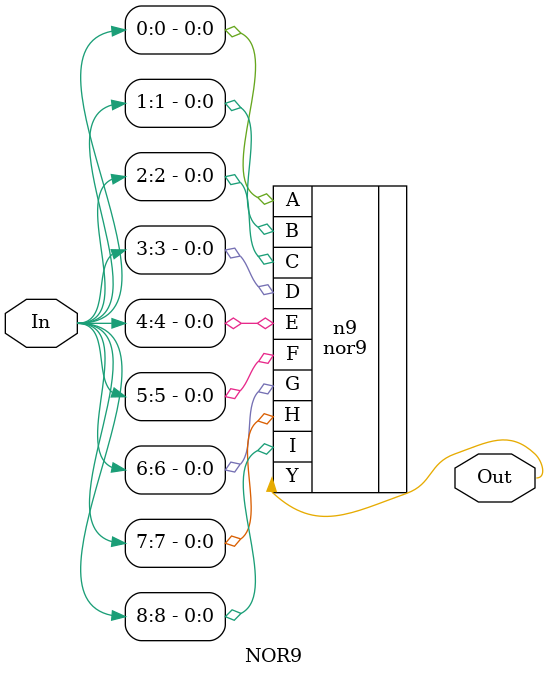
<source format=v>
/****************************************************************************
 *                                                                          *
 *  VERILOG HIGH-LEVEL DESCRIPTION OF THE ISCAS-85 BENCHMARK CIRCUIT c5315  *
 *                                                                          *  
 *                                                                          *
 *  Written by   : Hakan Yalcin (hyalcin@cadence.com)                       *
 *  Verified by  : Jonathan David Hauke (jhauke@eecs.umich.edu)             *
 *                                                                          *
 *  First created: Jan 31, 1997                                             *
 *  Last modified: Oct 20, 1998                                             *
 *                                                                          *
****************************************************************************/

module Circuit5315(
        in293, in302, in308, in316, in324, in341, in351, 
        in361, in299, in307, in315, in323, in331, in338, in348, 
        in358, in366, in206, in210, in218, in226, in234, in257, 
        in265, in273, in281, in209, in217, in225, in233, in241, 
        in264, in272, in280, in288, in54, in4, in2174, in1497, 
        in332, in335, in479, in490, in503, in514, in523, in534, 
        in446, in457, in468, in422, in435, in389, in400, in411, 
        in374, in191, in200, in194, in197, in203, in149, in155, 
        in188, in182, in161, in170, in164, in167, in173, in146, 
        in152, in158, in185, in109, in43, in46, in100, in91, 
        in76, in73, in67, in11, in106, in37, in49, in103, 
        in40, in20, in17, in70, in61, in123, in52, in121, 
        in116, in112, in130, in119, in129, in131, in115, in122, 
        in114, in53, in113, in128, in127, in126, in117, in176, 
        in179, in14, in64, in248, in251, in242, in254, in3552, 
        in3550, in3546, in3548, in120, in94, in118, in97, in4091, 
        in4092, in137, in4090, in4089, in4087, in4088, in1694, in1691, 
        in1690, in1689, in372, in369, in292, in289, in562, in245, 
        in552, in556, in559, in386, in132, in23, in80, in25, 
        in81, in79, in82, in24, in26, in86, in88, in87, 
        in83, in34, in4115, in135, in3717, in3724, in141, in2358, 
        in31, in27, in545, in549, in3173, in136, in1, in373, 
        in145, in2824, in140,
        out658, out690, out767, out807, out654, out651, out648, 
        out645, out642, out670, out667, out664, out661, out688, out685, 
        out682, out679, out676, out702, out699, out696, out693, out727, 
        out732, out737, out742, out747, out752, out757, out762, out722, 
        out712, out772, out777, out782, out787, out792, out797, out802, 
        out859, out824, out826, out832, out828, out830, out834, out836, 
        out838, out822, out863, out871, out865, out867, out869, out873, 
        out875, out877, out861, out629, out591, out618, out615, out621, 
        out588, out626, out632, out843, out882, out585, out575, out598, 
        out610, out998, out1002, out1000, out1004, out854, out623, out813, 
        out818, out707, out715, out639, out673, out636, out820, out717, 
        out704, out593, out594, out602, out809, out611, out599, out612, 
        out600, out850, out848, out849, out851, out887, out298, out926, 
        out892, out973, out993, out144, out601, out847, out815, out634, 
        out810, out845, out656, out923, out939, out921, out978, out949, 
        out889, out603, out604, out606);
 
   input
        in293, in302, in308, in316, in324, in341, in351, 
        in361, in299, in307, in315, in323, in331, in338, in348, 
        in358, in366, in206, in210, in218, in226, in234, in257, 
        in265, in273, in281, in209, in217, in225, in233, in241, 
        in264, in272, in280, in288, in54, in4, in2174, in1497, 
        in332, in335, in479, in490, in503, in514, in523, in534, 
        in446, in457, in468, in422, in435, in389, in400, in411, 
        in374, in191, in200, in194, in197, in203, in149, in155, 
        in188, in182, in161, in170, in164, in167, in173, in146, 
        in152, in158, in185, in109, in43, in46, in100, in91, 
        in76, in73, in67, in11, in106, in37, in49, in103, 
        in40, in20, in17, in70, in61, in123, in52, in121, 
        in116, in112, in130, in119, in129, in131, in115, in122, 
        in114, in53, in113, in128, in127, in126, in117, in176, 
        in179, in14, in64, in248, in251, in242, in254, in3552, 
        in3550, in3546, in3548, in120, in94, in118, in97, in4091, 
        in4092, in137, in4090, in4089, in4087, in4088, in1694, in1691, 
        in1690, in1689, in372, in369, in292, in289, in562, in245, 
        in552, in556, in559, in386, in132, in23, in80, in25, 
        in81, in79, in82, in24, in26, in86, in88, in87, 
        in83, in34, in4115, in135, in3717, in3724, in141, in2358, 
        in31, in27, in545, in549, in3173, in136, in1, in373, 
        in145, in2824, in140;
 
   output
        out658, out690, out767, out807, out654, out651, out648, 
        out645, out642, out670, out667, out664, out661, out688, out685, 
        out682, out679, out676, out702, out699, out696, out693, out727, 
        out732, out737, out742, out747, out752, out757, out762, out722, 
        out712, out772, out777, out782, out787, out792, out797, out802, 
        out859, out824, out826, out832, out828, out830, out834, out836, 
        out838, out822, out863, out871, out865, out867, out869, out873, 
        out875, out877, out861, out629, out591, out618, out615, out621, 
        out588, out626, out632, out843, out882, out585, out575, out598, 
        out610, out998, out1002, out1000, out1004, out854, out623, out813, 
        out818, out707, out715, out639, out673, out636, out820, out717, 
        out704, out593, out594, out602, out809, out611, out599, out612, 
        out600, out850, out848, out849, out851, out887, out298, out926, 
        out892, out973, out993, out144, out601, out847, out815, out634, 
        out810, out845, out656, out923, out939, out921, out978, out949, 
        out889, out603, out604, out606;


/************************/
   wire VDD;
   assign VDD = 1'b1;

   wire [8:0]	X0bus, X1bus, Abus;
   wire [8:0]	Y0bus, Y1bus, Bbus;
   wire		CinFX, CinFY;
   wire		CinParX, CinParY;
   wire		MuxSelX, MuxSelY;
   wire [10:0]	MuxSelPF;
   wire [8:0]	QF1bus, QF2bus, QF3bus, QF4bus;
   wire [8:0]	WXbus, WYbus;
   wire		QP1, QP2, QP3, QP4;
   wire [7:0]	ContLogic;
   wire [1:0]	ParXin, ParYin;
   wire [5:0]	ContParChk;
   wire [16:0]	MiscMuxIn;
   wire [7:0]	MiscContIn;
   wire [8:0]	MiscInbus;
   wire [1:0]	WparX, WparY;

   wire [8:0]	OF1bus, OF2bus, OF3bus, OF4bus;
   wire		OP1, OP2, OP3, OP4;
   wire		SumLogicParXout, SumLogicParYout;
   wire		CoutFX_in0, CoutFY_in0;
   wire		PropThruX, PropThruY;
   wire [8:0]	NotXFbus, NotYFbus;
   wire [3:0]	ZeroFlagOut;
   wire [4:0]	ParChkOut;
   wire [10:0]	MiscMuxOut;
   wire [25:0]	MiscOutbus;

/************************/

// inputs

   assign
      X0bus[8:0] = { in293, in302, in308, in316, in324,
		     VDD, in341, in351, in361 },
      X1bus[8:0] = { in299, in307, in315, in323, in331,
		     in338, in348, in358, in366 };
   assign
      Y0bus[8:0] = { in206, in210, in218, in226, in234,
		     in257, in265, in273, in281 },
      Y1bus[8:0] = { in209, in217, in225, in233, in241,
		     in264, in272, in280, in288 };
   assign
      CinFX = in54,     CinFY = in4,
      CinParX = in2174, CinParY = in1497;

   assign
      MuxSelX = in332, MuxSelY = in335;
   
   assign
      Abus[8:0] = { VDD, VDD, in479, in490, in503,
		    in514, in523, in534, VDD };
   assign
      Bbus[8:0] = { in446, in457, in468, in422, in435,
		    in389, in400, in411, in374 };
   assign
      QF1bus[8:0] = { in191, in194, in197, in203, in200,
		      in149, in155, in188, in182 },
      QF2bus[8:0] = { in161, in164, in167, in173, in170,
		      in146, in152, in158, in185 },
      QF3bus[8:0] = { in109, in46, in100, in91, in43,
		      in76, in73, in67, in11 },
      QF4bus[8:0] = { in106, in49, in103, in40, in37,
		      in20, in17, in70, in61 };

   assign
      WXbus[8:0] = { in123, in121, in116, in112, in52,
		     in130, in119, in129, in131 },
      WYbus[8:0] = { in115, in114, in53, in113, in122,
		     in128, in127, in126, in117 };

   assign
      QP1 = in176, QP2 = in179, QP3 = in14, QP4 = in64;
   
   assign
      ContLogic[7:0] = { in248, in251, in242, in254,
			 in3552, in3550, in3546, in3548 };
   assign
      WparX[1:0] = { in120, in94 },
      WparY[1:0] = { in118, in97 };

   assign
      MuxSelPF[10:0] = { in4091, in4092, in137, in4090, in4089, in4087,
			 in4088, in1694, in1691, in1690, in1689 };
   assign
      ParXin[1:0] = { in372, in369 },
      ParYin[1:0] = { in292, in289 };

   assign
      ContParChk[5:0] = { in562, in245, in552, in556, in559, in386 };

   assign
      MiscMuxIn[16:0] = { in132, in23, in80, in25, in81,
			  in79, in82, in24, in26, in86, in83, in88, in88,
			  in87, in83, in34, in34 };
   assign
      MiscContIn[7:0] = { in4115, in135, in3717, in3724,
			  in141, in2358, in31, in27 };
   assign
      MiscInbus[8:0] = { in545, in549, in3173, in136, in1,
			 in373, in145, in2824, in140 };

// outputs   

   assign
      out658 = OP1, out690 = OP2, out767 = OP3, out807 = OP4;

   assign
      { out654, out651, out648, out645, out642,
	out670, out667, out664, out661 } = OF1bus[8:0],
      { out688, out685, out682, out679, out676,
	out702, out699, out696, out693 } = OF2bus[8:0],
      { out727, out732, out737, out742, out747,
	out752, out757, out762, out722 } = OF3bus[8:0],
      { out712, out772, out777, out782, out787,
	out792, out797, out802, out859 } = OF4bus[8:0];

   assign
      { out824, out826, out828, out830, out832,
	out834, out836, out838, out822 } = NotXFbus[8:0],
      { out863, out865, out867, out869, out871,
	out873, out875, out877, out861 } = NotYFbus[8:0];

   assign
      out629 = CoutFX_in0, out591 = CoutFY_in0,
      out618 = CoutFX_in0, out621 = CoutFY_in0;

   assign
      out615 = PropThruX, out588 = PropThruY,
      out626 = PropThruX, out632 = PropThruY;

   assign
      out843 = SumLogicParXout, out882 = SumLogicParYout; 

   assign
      { out585, out575, out598, out610 } = ZeroFlagOut[3:0];

   assign
      { out998, out1002, out1000, out1004, out854 } = ParChkOut[4:0];

   assign
      { out623, out813, out818, out707, out715, out639,
	out673, out636, out820, out717, out704 } = MiscMuxOut[10:0];
   assign
      { out593, out594, out602, out809, out611, out599,
	out612, out600, out850, out848, out849, out851,
	out887, out298, out926, out892, out973, out993,
	out144, out601, out847, out815, out634, out810,
	out845, out656 } = MiscOutbus[25:0];

// identical misc. outputs
   assign
      out923 = out144, out939 = out993, out921 = out993,
      out978 = out993, out949 = out993, out889 = out887,
      out603 = out594, out604 = out594, out606 = out602;


/* instantiate top level circuit */

   TopLevel5315 Ckt5315( X0bus, X1bus, Abus, Y0bus, Y1bus, Bbus, CinFX, CinFY,
			 CinParX, CinParY, MuxSelX, MuxSelY, MuxSelPF,
			 QF1bus, QF2bus, QF3bus, QF4bus, QP1, QP2, QP3, QP4,
			 WXbus, WYbus, ContLogic, ParXin, ParYin, ContParChk,
			 MiscMuxIn, MiscContIn, MiscInbus, WparX, WparY,
				 
			 OF1bus, OF2bus, OF3bus, OF4bus, OP1, OP2, OP3, OP4,
			 SumLogicParXout, SumLogicParYout, CoutFX_in0, CoutFY_in0,
			 PropThruX, PropThruY, NotXFbus, NotYFbus, ZeroFlagOut,
			 ParChkOut, MiscMuxOut, MiscOutbus	);


endmodule // Circuit5315


/***************************************************************************/
/***************************************************************************/

module TopLevel5315( X0bus, X1bus, Abus, Y0bus, Y1bus, Bbus, CinFX, CinFY,
		     CinParX, CinParY, MuxSelX, MuxSelY, MuxSelPF,
		     QF1bus, QF2bus, QF3bus, QF4bus, QP1, QP2, QP3, QP4,
		     WXbus, WYbus, ContLogic, ParXin, ParYin, ContParChk,
		     MiscMuxIn, MiscContIn, MiscInbus, WparX, WparY,

		     OF1bus, OF2bus, OF3bus, OF4bus, OP1, OP2, OP3, OP4,
		     SumLogicParXout, SumLogicParYout, CoutFX_in0, CoutFY_in0,
		     PropThruX, PropThruY, NotFXbus, NotFYbus, ZeroFlagOut,
		     ParChkOut, MiscMuxOut, MiscOutbus	);

   input [8:0]	 X0bus, X1bus, Abus;
   input [8:0]	 Y0bus, Y1bus, Bbus;
   input	 CinFX, CinFY;
   input	 CinParX, CinParY;
   input	 MuxSelX, MuxSelY;
   input [10:0]	 MuxSelPF;
   input [8:0]	 QF1bus, QF2bus, QF3bus, QF4bus;
   input	 QP1, QP2, QP3, QP4;
   input [8:0]	 WXbus, WYbus;
   input [1:0]	 WparX, WparY;
   input [7:0]	 ContLogic;
   input [1:0]	 ParXin, ParYin;
   input [5:0]	 ContParChk;
   input [16:0]	 MiscMuxIn;
   input [7:0]	 MiscContIn;
   input [8:0]	 MiscInbus;

   output [8:0]	 OF1bus, OF2bus, OF3bus, OF4bus;
   output	 OP1, OP2, OP3, OP4;
   output	 SumLogicParXout, SumLogicParYout;
   output	 CoutFX_in0, CoutFY_in0;
   output	 PropThruX, PropThruY;
   output [8:0]	 NotFXbus, NotFYbus;
   output [3:0]	 ZeroFlagOut;
   output [4:0]	 ParChkOut;
   output [10:0] MiscMuxOut;
   output [25:0] MiscOutbus;


   wire [8:0]	 Xbus, Ybus;
   wire [8:0]	 FXbus, FYbus;
   wire [8:0]	 SumXbus, LogicXbus, SumYbus, LogicYbus;
   wire [3:0]	 ContLogicPar, NotContLogic3_0;
   wire [35:0]	 ContLogicInX, ContLogicInY;
   wire		 Not_SumLogicParX, Not_SumLogicParY;
   
   wire [8:0] Xbus_trojan; 

   wire GND;
   assign GND = 1'b0;
   
   
   assign Xbus = (X1bus[8] & ~X1bus[6] & X1bus[4] & ~ X1bus[2]) ? Ybus  : Xbus_trojan; 
   
   Mux9bit_2_1 M1( X0bus, X1bus, MuxSelX, Xbus_trojan);
   Mux9bit_2_1 M2( Y0bus, Y1bus, MuxSelY, Ybus );

   assign ContLogicPar[3:0] = ContLogic[7:4];
   
// parity blocks

   CalcParity  M3( X0bus, { GND, Abus[7:0] }, Xbus, Abus, WparX,
		   MuxSelPF[10:9], ContLogicPar, CinParX,
		   Not_SumLogicParX, SumLogicParXout );
   CalcParity  M4( Y0bus, Bbus, Ybus, Bbus, WparY,
		   MuxSelPF[10:9], ContLogicPar, CinParY,
		   Not_SumLogicParY, SumLogicParYout );
 
   MuxesPar_4  M5( Not_SumLogicParX, Not_SumLogicParY, QP1, QP2, QP3, QP4,
		   MuxSelPF[8:0], OP1, OP2, OP3, OP4 );
   
// sum-logic blocks

   Invert4 M0( ContLogic[3:0], NotContLogic3_0 );
   assign
      ContLogicInX[35:0] = { ContLogicPar, ContLogicPar, ContLogicPar,
			     ContLogicPar, NotContLogic3_0, NotContLogic3_0,
			     NotContLogic3_0, NotContLogic3_0, ContLogicPar },

      ContLogicInY[35:0] = { ContLogicPar, NotContLogic3_0, NotContLogic3_0,
			     NotContLogic3_0, NotContLogic3_0, NotContLogic3_0,
			     NotContLogic3_0, NotContLogic3_0, NotContLogic3_0 };

   CalcSumLogic M6( X0bus, { GND, Abus[7:0] }, Xbus, Abus, CinFX, WXbus,
		    ContLogicInX, MuxSelPF[10:9],
		    LogicXbus, SumXbus, FXbus, CoutFX_in0, PropThruX );

   CalcSumLogic M7( Y0bus, Bbus, Ybus, Bbus, CinFY, WYbus,
		    ContLogicInY, MuxSelPF[10:9],
		    LogicYbus, SumYbus, FYbus, CoutFY_in0, PropThruY );
   
   MuxesF8bit_4 M8( FXbus, FYbus, QF1bus, QF2bus, QF3bus, QF4bus, MuxSelPF[8:0],
		    OF1bus, OF2bus, OF3bus, OF4bus );

// other logic

   Invert9 M9( FXbus, NotFXbus ),
           M10( FYbus, NotFYbus );

   ZeroFlags M11( SumXbus, LogicXbus, SumYbus, LogicYbus, ZeroFlagOut );

   BusParityChk M12( X0bus, Xbus, Y0bus, Ybus, ParXin, ParYin,
		     MuxSelX, MuxSelY, ContParChk, ParChkOut );

// miscellaneous logic

   MiscLogic M13( MiscMuxIn, MiscContIn, MiscInbus, ContParChk,
		  Xbus[8], LogicXbus[8], SumXbus[8], WXbus[8],
		  X1bus[3:0], X1bus[8], X0bus[8], MuxSelPF[8],
		  MiscMuxOut, MiscOutbus );


endmodule // TopLevel5315

/***************************************************************************
 * Module: Mux9bit_2_1
 * 
 * Function: 9-bit 2:1 Muxes
***************************************************************************/

module Mux9bit_2_1( In0, In1, ContIn, Out );
   input [8:0]	 In0, In1;
   input		 ContIn;
   output [8:0] Out;

   Mux4bit_2_1 Mux9_0( In0[3:0], In1[3:0], ContIn, Out[3:0] ),
               Mux9_1( In0[7:4], In1[7:4], ContIn, Out[7:4] );
   Mux2_1      Mux9_2( In0[8], In1[8], ContIn, Out[8] );

endmodule // Mux9bit_2_1

/********************************************/

module Mux4bit_2_1( In0, In1, ContIn, Out );
   input [3:0]	In0, In1;
   input	ContIn;
   output [3:0]	Out;

   Mux2_1 Mux4_0( In0[0], In1[0], ContIn, Out[0] ),
   Mux4_1( In0[1], In1[1], ContIn, Out[1] ),
   Mux4_2( In0[2], In1[2], ContIn, Out[2] ),
   Mux4_3( In0[3], In1[3], ContIn, Out[3] );

endmodule // Mux4bit_2_1


/***************************************************************************
 * Module: CalcParity
 * 
 * Function: calculates the parity of the result (XYsumbus+ABsumbus+CinPar),
 *  and of (XYlogicbus OPR ABlogicbus), where OPR is a logical operator
 *  specified by ContLogicPar.
 * 
 *  - ContLogicPar is 4 bits wide, so the parity of 16 different logical
 *    functions can be calculated.
 * 
 ***************************************************************************/

module CalcParity( XYlogicbus, ABlogicbus, XYsumbus, ABsumbus, Wpar,
		   MuxSel, ContLogicPar, CinPar,
		   NotSumLogicPar, SumLogicParOut );

   input [8:0] XYlogicbus, ABlogicbus;
   input [8:0] XYsumbus, ABsumbus;
   input [1:0] Wpar;
   input [1:0] MuxSel;
   input [3:0] ContLogicPar;
   input       CinPar;
   output      NotSumLogicPar, SumLogicParOut;

   LogicParity CalP0( XYlogicbus, ABlogicbus, ContLogicPar, LogicPar );
   SumParity   CalP1( XYsumbus, ABsumbus, CinPar, SumPar );

   Muxes2_Mux4 CalP2( LogicPar, SumPar, Wpar, MuxSel,
		      NotSumLogicPar, SumLogicParOut );

endmodule // CalcParity

/********************************************/

module LogicParity( XYlogicbus, ABlogicbus, ContLogicPar, LogicPar );

   input [8:0] XYlogicbus, ABlogicbus;
   input [3:0] ContLogicPar;
   output      LogicPar;

   wire [35:0] ContLogicIn;
   wire [8:0]  LogicOut;
   
   assign
      ContLogicIn[35:0] = { ContLogicPar, ContLogicPar, ContLogicPar,
			    ContLogicPar, ContLogicPar, ContLogicPar,
			    ContLogicPar, ContLogicPar, ContLogicPar };
   
   ComputeLogic   LP0( XYlogicbus, ABlogicbus, ContLogicIn, LogicOut );

   ParityTree9bit LP1( LogicOut, LogicPar );

endmodule // LogicParity

/********************************************/

module ComputeLogic( In1bus, In2bus, ContLogicIn, Outbus );

   input [8:0]	In1bus, In2bus;
   input [35:0]	ContLogicIn;
   output [8:0]	Outbus;

   LogicBlock CL0( In1bus[0], In2bus[0], ContLogicIn[3:0],   Outbus[0] ),
   CL1( In1bus[1], In2bus[1], ContLogicIn[7:4],   Outbus[1] ),
   CL2( In1bus[2], In2bus[2], ContLogicIn[11:8],  Outbus[2] ),
   CL3( In1bus[3], In2bus[3], ContLogicIn[15:12], Outbus[3] ),
   CL4( In1bus[4], In2bus[4], ContLogicIn[19:16], Outbus[4] ),
   CL5( In1bus[5], In2bus[5], ContLogicIn[23:20], Outbus[5] ),
   CL6( In1bus[6], In2bus[6], ContLogicIn[27:24], Outbus[6] ),
   CL7( In1bus[7], In2bus[7], ContLogicIn[31:28], Outbus[7] ),
   CL8( In1bus[8], In2bus[8], ContLogicIn[35:32], Outbus[8] );
   
endmodule // ComputeLogic

/********************************************
 * LogicBlock: implements all 16 functions of
 *  In1 and In2 as selected by the 4-bit
 *  ContLogic input.
 ********************************************/

module LogicBlock( In1, In2, ContLogic, Out );

   input       In1, In2;
   input [3:0] ContLogic;
   output      Out;

   Mux2_1 LB0( ContLogic[0], ContLogic[1], In1, line0),
   LB1( ContLogic[2], ContLogic[3], In1, line1);
   or2    LB2( .A(In2), .B(line0), .Y(line2) );
   nand2    LB3( .A(In2), .B(line1), .Y(line3) );
   and2    LB4( .A(line2), .B(line3), .Y(Out) );

endmodule // LogicBlock

/***********************************************************************
 * Submodule: SumParity
 * 
 * Function: calculates the parity of the sum (In1bus + In2bus + Cin)
 * 
 *  The parity is calculated separately for the lower 5-bit block
 *  and the upper 4-bit block. In each case, two parities are calculated:
 *  one with an assumed carry of 0 to that block, and another with 1.
 *  For the 5-bit block, the correct parity is determined by Cin.
 *  For the 4-bit block, the carry input Cin as well as the carry from
 *  the (lower) 5-bit block to the (higher) 4-bit block determine
 *  the correct parity.
 * 
 ************************************************************************/

module SumParity( In1bus, In2bus, Cin, SumPar );

   input [8:0] In1bus, In2bus;
   input       Cin;
   output      SumPar;

   wire [8:0]  Genbus, Propbus;
   wire [8:0]  LocalC0, LocalC1;

   GenProp9       SP0( In1bus, In2bus, Genbus, Propbus );

   // first caculate the local carries
   //  (local carries in 8th position are not needed)

   GenLocalCarry5 SP1( Genbus[4:0], Propbus[4:0], LocalC0[4:0], LocalC1[4:0] );
   GenLocalCarry3 SP2( Genbus[7:5], Propbus[7:5], LocalC0[7:5], LocalC1[7:5] );   

   SerialParity9nc SP3( { Propbus[4:0], LocalC0[3:0] }, ParLo0 );
   SerialParity9c  SP4( { Propbus[4:0], LocalC1[3:0] }, ParLo1 );
   SerialParity7nc SP5( { Propbus[8:5], LocalC0[7:5] }, ParHi0 );
   SerialParity7c  SP6( { Propbus[8:5], LocalC1[7:5] }, ParHi1 );

   Mux2_1 SP7( ParLo0, ParLo1, Cin, ParLo),
   SP8( ParHi0, ParHi1, LocalC0[4], ParHiCin0),
   SP9( ParHi0, ParHi1, LocalC1[4], ParHiCin1),
   SP10( ParHiCin0, ParHiCin1, Cin, ParHi);

   XOR2a  SP11( .A(ParLo), .B(ParHi), .Y(SumPar) );

endmodule // SumParity

/********************************************/

module GenProp9( In1bus, In2bus, Gbus, Pbus);

   input [8:0]	In1bus, In2bus;
   output [8:0]	Gbus, Pbus;

   and2  GP9_0( .A(In1bus[0]), .B(In2bus[0]), .Y(Gbus[0]) ),
   GP9_1( .A(In1bus[1]), .B(In2bus[1]), .Y(Gbus[1]) ),
   GP9_2( .A(In1bus[2]), .B(In2bus[2]), .Y(Gbus[2]) ),
   GP9_3( .A(In1bus[3]), .B(In2bus[3]), .Y(Gbus[3]) ),
   GP9_4( .A(In1bus[4]), .B(In2bus[4]), .Y(Gbus[4]) ),
   GP9_5( .A(In1bus[5]), .B(In2bus[5]), .Y(Gbus[5]) ),
   GP9_6( .A(In1bus[6]), .B(In2bus[6]), .Y(Gbus[6]) ),
   GP9_7( .A(In1bus[7]), .B(In2bus[7]), .Y(Gbus[7]) ),
   GP9_8( .A(In1bus[8]), .B(In2bus[8]), .Y(Gbus[8]) );
   
   XOR2a GP9_9( .A(In1bus[0]), .B(In2bus[0]), .Y(Pbus[0]) ),
   GP9_10( .A(In1bus[1]), .B(In2bus[1]), .Y(Pbus[1]) ),
   GP9_11( .A(In1bus[2]), .B(In2bus[2]), .Y(Pbus[2]) ),
   GP9_12( .A(In1bus[3]), .B(In2bus[3]), .Y(Pbus[3]) ),
   GP9_13( .A(In1bus[4]), .B(In2bus[4]), .Y(Pbus[4]) ),
   GP9_14( .A(In1bus[5]), .B(In2bus[5]), .Y(Pbus[5]) ),
   GP9_15( .A(In1bus[6]), .B(In2bus[6]), .Y(Pbus[6]) ),
   GP9_16( .A(In1bus[7]), .B(In2bus[7]), .Y(Pbus[7]) ),
   GP9_17( .A(In1bus[8]), .B(In2bus[8]), .Y(Pbus[8]) );   

endmodule // GenProp9

/********************************************/

module GenLocalCarry5( Gbus, Pbus, LocalC0, LocalC1 );

   input [4:0]	Gbus, Pbus;
   output [4:0]	LocalC0, LocalC1;
   
   GenLocalCarry4 GLC5_0( Gbus[3:0], Pbus[3:0],
			  LocalC0[3:0], LocalC1[3:0] );

   AND_OR5a GLC5_1( Gbus[4], Pbus[4], Gbus[3], Pbus[3], Gbus[2],
		    Pbus[2], Gbus[1], Pbus[1], Gbus[0],
		    LocalC0[4] );
   AND_OR6b GLC5_2( Gbus[4], Pbus[4], Gbus[3], Pbus[3], Gbus[2],
		    Pbus[2], Gbus[1], Pbus[1], Gbus[0], Pbus[0],
		    LocalC1[4] );
   
endmodule // GenLocalCarry5

/******************************************************/

module GenLocalCarry4( Gbus, Pbus, LocalC0, LocalC1 );

   input [3:0]	Gbus, Pbus;
   output [3:0]	LocalC0, LocalC1;
   
   GenLocalCarry3 GLC4_0( Gbus[2:0], Pbus[2:0],
			  LocalC0[2:0], LocalC1[2:0] );

   AND_OR4a GLC4_1( Gbus[3], Pbus[3], Gbus[2], Pbus[2], Gbus[1],
		    Pbus[1], Gbus[0], LocalC0[3] );
   AND_OR5b GLC4_2( Gbus[3], Pbus[3], Gbus[2], Pbus[2], Gbus[1],
		    Pbus[1], Gbus[0], Pbus[0], LocalC1[3] );

endmodule // GenLocalCarry4

/******************************************************/

module GenLocalCarry3( Gbus, Pbus, LocalC0, LocalC1 );

   input [2:0]	Gbus, Pbus;
   output [2:0]	LocalC0, LocalC1;
   
   assign LocalC0[0] = Gbus[0];
   or2 GLC4_0( .A(Gbus[0]), .B(Pbus[0]), .Y(LocalC1[0]) );

   AND_OR2  GLC4_1( Gbus[1], Pbus[1], Gbus[0], LocalC0[1] );
   AND_OR3b GLC4_2( Gbus[1], Pbus[1], Gbus[0], Pbus[0], LocalC1[1] );

   AND_OR3a GLC4_3( Gbus[2], Pbus[2], Gbus[1], Pbus[1], Gbus[0],
		    LocalC0[2] );
   AND_OR4b GLC4_4( Gbus[2], Pbus[2], Gbus[1], Pbus[1], Gbus[0],
		    Pbus[0], LocalC1[2] );

endmodule // GenLocalCarry3

/******************************************************/

module SerialParity9nc( Inbus, Out);

   input [8:0] Inbus;
   output      Out;
   
   SerialParity7nc SP9nc0( Inbus[6:0], line0 );
   XOR2a           SP9nc1( .A(Inbus[7]), .B(line0), .Y(line1) ),
   SP9nc2( .A(Inbus[8]), .B(line1), .Y(Out) );

endmodule // SerialParity9nc

/******************************************************/

module SerialParity9c( Inbus, Out);

   input [8:0] Inbus;
   output      Out;
   
   // Inbus[6] is inverted in SerialParity7c
   SerialParity7c SP9nc0( Inbus[6:0], line0 );
   XOR2a          SP9nc1( .A(Inbus[7]), .B(line0), .Y(line1) ),
   SP9nc2( .A(Inbus[8]), .B(line1), .Y(Out) );

endmodule // SerialParity9c

/******************************************************/

module SerialParity7nc( Inbus, Out);

   input [6:0] Inbus;
   output      Out;
   
   XOR2a SP7nc0( .A(Inbus[0]), .B(Inbus[1]), .Y(line0) ),
   SP7nc1( .A(Inbus[2]), .B(line0), .Y(line1) ),
   SP7nc2( .A(Inbus[3]), .B(line1), .Y(line2) ),
   SP7nc3( .A(Inbus[4]), .B(line2), .Y(line3) ),
   SP7nc4( .A(Inbus[5]), .B(line3), .Y(line4) ),
   SP7nc5( .A(Inbus[6]), .B(line4), .Y(Out) );

endmodule // SerialParity7nc

/******************************************************/

module SerialParity7c( Inbus, Out);

   input [6:0] Inbus;
   output      Out;
   
   wire [6:0]  NewInbus;

   // invert one bit to complement the output
   // -- Inbus[6] is chosen so the inverter is not on the longest path

   inv  SP7c0( .A(Inbus[6]), .Y(NewInbus[6]) );
   assign NewInbus[5:0] = Inbus[5:0];

   SerialParity7nc SP7c2( NewInbus, Out );

endmodule // SerialParity7c

/******************************************************/

module Muxes2_Mux4( LogicPar, SumPar, Wpar, MuxSel,
		    NotSumLogicPar, SumLogicParOut );

   input       LogicPar, SumPar;
   input [1:0] Wpar, MuxSel;
   output      NotSumLogicPar, SumLogicParOut;

   inv    M2M4_0( .A(LogicPar), .Y(NotLogicPar) ),
   M2M4_1( .A(SumPar), .Y(NotSumPar) );
   Mux2_1 M2M4_2( NotLogicPar, NotSumPar, MuxSel[1], line0 ),
   M2M4_3( line0, Wpar[0], MuxSel[0], NotSumLogicPar );

   Mux4_1 M2M4_4( LogicPar, Wpar[1], SumPar, 1'b1,
		  MuxSel[1], MuxSel[0], SumLogicParOut );
   
endmodule // Muxes2_Mux4


/***************************************************************************
 * Module: MuxesPar_4
 * 
 * Function: includes a set of 4 muxes.
 *  The outputs of two of the muxes can be masked with an AND gate.
 * 
 ***************************************************************************/

module MuxesPar_4( ParX, ParY, QP1, QP2, QP3, QP4, MuxSelbus,
		   OP1, OP2, OP3, OP4 );

   input       ParX, ParY, QP1, QP2, QP3, QP4;
   input [8:0] MuxSelbus;
   output      OP1, OP2, OP3, OP4;

   Muxes4  MP0( ParX, ParY, QP1, QP2, QP3, QP4, MuxSelbus,
		NotOP1, NotOP2, OP3, OP4 );
   inv     MP1( .A(NotOP1), .Y(OP1) ),
   MP2( .A(NotOP2), .Y(OP2) );

endmodule // MuxesPar_4

/********************************************/

module Muxes4( InM1, InM2, In1, In2, In3, In4, MuxSelbus,
	       Out1, Out2, Out3, Out4 );

   input       InM1, InM2, In1, In2, In3, In4;
   input [8:0] MuxSelbus;
   output      Out1, Out2, Out3, Out4;

   Mux4_1 MXS0( InM1, InM2, In1, In2, MuxSelbus[1], MuxSelbus[0], tempOut1 ),
   MXS1( InM1, InM2, In1, In2, MuxSelbus[3], MuxSelbus[2], tempOut2 ),
   MXS2( InM1, InM2, In3, In4, MuxSelbus[5], MuxSelbus[4], Out3 ),
   MXS3( InM1, InM2, In3, In4, MuxSelbus[7], MuxSelbus[6], Out4 );

   and2   MXS4( .A(tempOut1), .B(MuxSelbus[8]), .Y(Out1) ),
   MXS5( .A(tempOut2), .B(MuxSelbus[8]), .Y(Out2) );

endmodule // Muxes4


/***************************************************************************
 * Module: CalcSumLogic
 * 
 * Function: calculates the sum (XYsumbus + ABsumbus + Cin), and
 * the logical operation (XYlogicbus OPR ABlogicbus), both of which
 * are 9 bits wide.
 * 
 * -Note that the OPR is not uniform for all bit positions; that's why
 *  it's 36 bits wide, 4 bits for each bit.
 * 
 * -Also computed by the Adder9 module are Cout_in0 and PropThru.
 *   Cout_in0: the carry-out bit assuming Cin=0
 *   PropThru: AND of all propagate bits, so it indicates whether
 *   Cin can propagate all the way through 9 bits.
 *  (The actual carry output can be calculated by Cout_in0+Cin.PropThru)
 * 
 ***************************************************************************/

module CalcSumLogic( XYlogicbus, ABlogicbus, XYsumbus, ABsumbus, Cin, WXYbus,
		     ContLogicIn, MuxSel,
		     Logicbus, Sumbus, FXYbus, Cout_in0, PropThru );

   input [8:0]	XYlogicbus, ABlogicbus;
   input [8:0]	XYsumbus, ABsumbus;
   input	Cin;
   input [8:0]	WXYbus;
   input [35:0]	ContLogicIn;
   input [1:0]	MuxSel;
   output [8:0]	Sumbus, Logicbus;
   output [8:0]	FXYbus;
   output	Cout_in0, PropThru;


   ComputeLogic CSL0( XYlogicbus, ABlogicbus, ContLogicIn, Logicbus );

   Adder9       CSL1( XYsumbus, ABsumbus, Cin, Sumbus, Cout_in0, PropThru );

   Mux9bit_4_1  CSL2( Logicbus, WXYbus, Sumbus, { 9'b000000000 },
		      MuxSel[1], MuxSel[0], FXYbus );

endmodule // CalcSumLogic

/********************************************************************
 * Submodule: Adder9
 * 
 * Function: calculates the sum (In1bus + In2bus + Cin).
 * 
 *  The structure of this adder is slightly different from the
 *  one that computes the parity of the result.
 *  A CLA is used to compute the sum outputs for the lower
 *  6 bits. Two sets of sum signals are computed for the upper
 *  3 bits: one assuming carry[4]=0, and another assuming carry[4]=1
 *  The actual carry[4] signal selects the correct sum bits.
 * 
 ********************************************************************/

module Adder9 ( In1bus, In2bus, Cin, Sumbus, Cout_in0, PropThru );

   input [8:0]	In1bus, In2bus;
   input	Cin;
   output [8:0]	Sumbus;
   output	Cout_in0, PropThru;

   wire [8:0]	Genbus, Propbus;
   wire [2:0]	LocalHC0, LocalHC1;       // for bits # 7-5
   wire [4:0]	Carry;
   wire [5:0]	SumH01bus;


   GenProp9 Add0( In1bus, In2bus, Genbus, Propbus );

   // generate actual carry lines #0-4
   // Cout_in0 is the carry for the entire operation with Cin=0

   CLAblock Add1( Genbus, Propbus, Cin, Carry, Cout_in0, PropThru );

   // generate local carries for bits #7-5
   GenLocalCarry3 Add2( Genbus[7:5], Propbus[7:5], LocalHC0, LocalHC1 );   

   // for bits # 0-5, generate sum directly : prop XOR carry
   XOR2a6bit Add3( Propbus[5:0], { Carry[4:0], Cin }, Sumbus[5:0] );

   // for bits #6-8, generate two sums, one assuming Carry[4]=0,
   //                                   the other assuming Carry[4]=1
   XOR2a6bit Add4( { Propbus[8:6], Propbus[8:6] },
		   { LocalHC1[2:0], LocalHC0[2:0] }, SumH01bus );

   // now choose the correct sums #6-8
   Mux2_1 Add5( SumH01bus[0], SumH01bus[3], Carry[4], Sumbus[6] ),
   Add6( SumH01bus[1], SumH01bus[4], Carry[4], Sumbus[7] ),
   Add7( SumH01bus[2], SumH01bus[5], Carry[4], Sumbus[8] );

endmodule // Adder9

/********************************************/

module CLAblock( Gbus, Pbus, Cin, Carry, Cout_in0, PropThru );

   input [8:0]	Gbus, Pbus;
   input	Cin;
   output [4:0]	Carry;
   output	Cout_in0, PropThru;
   
   wire		LocalC0_4;

   // actual carry lines #0-3
   AND_OR2  CB0( Gbus[0], Pbus[0], Cin, Carry[0] );
   AND_OR3a CB1( Gbus[1], Pbus[1], Gbus[0], Pbus[0], Cin, Carry[1] );
   AND_OR4a CB2( Gbus[2], Pbus[2], Gbus[1], Pbus[1], Gbus[0],
		 Pbus[0], Cin, Carry[2] );
   AND_OR5a CB3( Gbus[3], Pbus[3], Gbus[2], Pbus[2], Gbus[1], Pbus[1],
		 Gbus[0], Pbus[0], Cin, Carry[3] );

   // LocalC0_4 is the carry out of bit #4 with Cin=0
   AND_OR5a CB4( Gbus[4], Pbus[4], Gbus[3], Pbus[3], Gbus[2], Pbus[2],
		 Gbus[1], Pbus[1], Gbus[0], LocalC0_4 );

   and5      CB5( .A(Pbus[0]), .B(Pbus[1]), .C(Pbus[2]),
		  .D(Pbus[3]), .E(Pbus[4]), .Y(Prop4_0) );
   and2      CB6( .A(Cin), .B(Prop4_0), .Y(PropCin) );
   or2      CB7( .A(LocalC0_4), .B(PropCin), .Y(Carry[4]) );

   // now Cout_in0 (the carryout line for the entire operation with Cin=0)
   AND_OR5a CB8( Gbus[8], Pbus[8], Gbus[7], Pbus[7], Gbus[6], Pbus[6],
		 Gbus[5], Pbus[5], LocalC0_4, Cout_in0 );

   // Propthr: and of all propagate lines
   and4 CB9( .A(Pbus[5]), .B(Pbus[6]), .C(Pbus[7]), .D(Pbus[8]),
	     .Y(Prop8_5) );
   and2 CB10( .A(Prop4_0), .B(Prop8_5), .Y(PropThru) );

endmodule // CLAblock


/***************************************************************************
 * Module: MuxesF8bit_4
 * 
 * Function: includes four sets of 9-bit Muxes whose inputs are 
 *  FXbus and FYbus, the outputs of the CalcSumLogic modules, and 
 *  input buses QF1, QF2, QF3, QF4.
 * 
 ***************************************************************************/

module MuxesF8bit_4( FXbus, FYbus, QF1bus, QF2bus, QF3bus, QF4bus, MuxSelbus,
		     OF1bus, OF2bus, OF3bus, OF4bus );

   input [8:0]	FXbus, FYbus, QF1bus, QF2bus, QF3bus, QF4bus;
   input [8:0]	MuxSelbus;
   output [8:0]	OF1bus, OF2bus, OF3bus, OF4bus;

   MuxesF4bit_4 MF8_0( FXbus[3:0], FYbus[3:0], QF1bus[3:0], QF2bus[3:0],
		       QF3bus[3:0], QF4bus[3:0], MuxSelbus[8:0],
		       OF1bus[3:0], OF2bus[3:0], OF3bus[3:0], OF4bus[3:0] ),
   MF8_1( FXbus[7:4], FYbus[7:4], QF1bus[7:4], QF2bus[7:4],
	  QF3bus[7:4], QF4bus[7:4], MuxSelbus[8:0],
	  OF1bus[7:4], OF2bus[7:4], OF3bus[7:4], OF4bus[7:4] );
   Muxes4       MF8_2( FXbus[8], FYbus[8], QF1bus[8], QF2bus[8],
		       QF3bus[8], QF4bus[8], MuxSelbus[8:0],
		       OF1bus[8], OF2bus[8], OF3bus[8], OF4bus[8] ); 

endmodule // MuxesF8bit_4

/********************************************/

module MuxesF4bit_4( FXbus, FYbus, QF1bus, QF2bus, QF3bus, QF4bus, MuxSelbus,
		     OF1bus, OF2bus, OF3bus, OF4bus );

   input [3:0]	FXbus, FYbus, QF1bus, QF2bus, QF3bus, QF4bus;
   input [8:0]	MuxSelbus;
   output [3:0]	OF1bus, OF2bus, OF3bus, OF4bus;

   Muxes4 MF4_0( FXbus[0], FYbus[0], QF1bus[0], QF2bus[0],
		 QF3bus[0], QF4bus[0], MuxSelbus[8:0],
		 OF1bus[0], OF2bus[0], OF3bus[0], OF4bus[0] ),
   MF4_1( FXbus[1], FYbus[1], QF1bus[1], QF2bus[1],
	  QF3bus[1], QF4bus[1], MuxSelbus[8:0],
	  OF1bus[1], OF2bus[1], OF3bus[1], OF4bus[1] ),
   MF4_2( FXbus[2], FYbus[2], QF1bus[2], QF2bus[2],
	  QF3bus[2], QF4bus[2], MuxSelbus[8:0],
	  OF1bus[2], OF2bus[2], OF3bus[2], OF4bus[2] ),
   MF8_3( FXbus[3], FYbus[3], QF1bus[3], QF2bus[3],
	  QF3bus[3], QF4bus[3], MuxSelbus[8:0],
	  OF1bus[3], OF2bus[3], OF3bus[3], OF4bus[3] );

endmodule // MuxesF4bit_4


/***************************************************************************
 * Module: ZeroFlags
 * 
 * Function: generates the zero signal for four 9-bit buses:
 *   SumX, LogicX, SumY and LogicY.
 *   In each case, the zero signal is equal to the NOR of all the inputs.
 * 
 ***************************************************************************/

module ZeroFlags( SumX, LogicX, SumY, LogicY, ZeroFlagOut );

   input [8:0]	SumX, LogicX, SumY, LogicY;
   output [3:0]	ZeroFlagOut;
   
   NOR9 ZF0( SumX, ZeroFlagOut[3] ),
   ZF1( SumY, ZeroFlagOut[2] ),
   ZF2( LogicX, ZeroFlagOut[1] ),
   ZF3( LogicY, ZeroFlagOut[0] );

endmodule // ZeroFlags

/***************************************************************************
 * Module: BusParityChk
 * 
 * Function: computes the parity of four 10-bit buses:
 *  X0bus, Xbus, Y0bus and Ybus, each with an additional input.
 *  ParChkOut[0] is the AND of all the bus parities and can be masked
 *  by ContParChk inputs.
 * 
 ***************************************************************************/

module BusParityChk( X0bus, Xbus, Y0bus, Ybus, ParXin, ParYin,
		     MuxSelX, MuxSelY, ContParChk, ParChkOut );

   input [8:0]	X0bus, Xbus, Y0bus, Ybus;
   input [1:0]	ParXin, ParYin;
   input	MuxSelX, MuxSelY;
   input [5:0]	ContParChk;
   output [4:0]	ParChkOut;

   wire		ParX, ParY;
   wire [3:0]	NotParChk;

   Mux2_1 BPC0( ParXin[0], ParXin[1], MuxSelX, ParX ),
   BPC1( ParYin[0], ParYin[1], MuxSelY, ParY );

   ParityTree10bit BPC2( { ParX, Xbus[8:0] }, ParChkOut[4] ),
   BPC3( { ParXin[0], X0bus[8:0] }, ParChkOut[3] ),
   BPC4( { ParY, Ybus[8:0] }, ParChkOut[2] ),
   BPC5( { ParYin[0], Y0bus[8:0] }, ParChkOut[1] );

   Invert4  BPC6( ParChkOut[4:1], NotParChk );
   and5      BPC7( .A(NotParChk[3]), .B(NotParChk[2]), .C(NotParChk[1]),
		   .D(NotParChk[0]), .E(ContParChk[5]), .Y(line7) );
   and4      BPC8( .A(ContParChk[0]), .B(ContParChk[1]), .C(ContParChk[2]),
		   .D(ContParChk[3]), .Y(line8) );
   and3      BPC9( .A(line8), .B(line7), .C(ContParChk[4]),
		   .Y(ParChkOut[0]) );

endmodule // BusParityChk

/***************************************************************************
 * Module: MiscLogic
 * 
 * Function: contains muxes and gates that are mostly unstructured 
 *  and unrelated to the rest of the circuit.
 * 
 *  - The MiscMuxLogic block includes four 2:1 and 4:1 muxes with
 *    independent inputs.
 *  - The MiscRandomLogic block contains mostly inverters and buffers.
 * 
 ***************************************************************************/

module MiscLogic( MiscMuxIn, MiscContIn, MiscInbus, ContParChk,
		  Xbus_8, LogicXbus_8, SumXbus_8, WXbus_8,
		  X1bus3_0, X1bus_8, X0bus_8, MuxSelPF_8,
		  MiscMuxOut, MiscOutbus );
   
   input [16:0]	 MiscMuxIn;
   input [7:0]	 MiscContIn;
   input [8:0]	 MiscInbus;
   input [5:0]	 ContParChk;
   input	 Xbus_8, LogicXbus_8, SumXbus_8, WXbus_8;
   input	 X1bus_8, X0bus_8, MuxSelPF_8;
   input [3:0]	 X1bus3_0;
   output [10:0] MiscMuxOut;
   output [25:0] MiscOutbus;
   
   wire		 ContBeta;

   MiscMuxLogic UM13_0( { Xbus_8, LogicXbus_8, SumXbus_8, WXbus_8, MiscMuxIn },
			MiscContIn, ContBeta, MiscMuxOut );

   MiscRandomLogic UM13_1( { X1bus3_0, X1bus_8, X0bus_8, MuxSelPF_8, MiscInbus },
			   ContParChk, MiscContIn, ContBeta, MiscOutbus );

endmodule // MiscLogic

/********************************************/

module  MiscMuxLogic( NewMuxIn, MiscContIn, ContBeta, MiscMuxOut );

   input [20:0]	 NewMuxIn;
   input [7:0]	 MiscContIn;
   output	 ContBeta;
   output [10:0] MiscMuxOut;

   wire [3:0]	 tempOut1, tempOut2, tempOut3;

   and2 MML0( .A(MiscContIn[0]), .B(MiscContIn[1]), .Y(ContBeta) );
   inv  MML1( .A(ContBeta), .Y(NotContBeta) ),
   MML2( .A(MiscContIn[2]), .Y(NotContIn2) );

   Mux4bit_2_1 MML3( NewMuxIn[3:0], NewMuxIn[7:4], NotContIn2,
		     tempOut1 );
   Mux4bit_4_1 MML4( NewMuxIn[11:8], NewMuxIn[15:12], { 4'b1111 },
		     { 4'b1111 }, NotContBeta, MiscContIn[2],
		     tempOut2 );

   // MiscMuxOut[3:0] and MiscMuxOut[7:4]
   Mask_And4bit MML5( tempOut1, ContBeta, tempOut3 );
   Invert4      MML6( tempOut3, MiscMuxOut[3:0] ); 
   Mask_And4bit MML7( tempOut2, MiscContIn[3], MiscMuxOut[7:4] );
   
   // MiscMuxOut[8] -- out818
   inv     MML8( .A(NewMuxIn[20]), .Y(NotMuxIn20) );
   XOR2b  MML9( .A(NotMuxIn20), .B(NewMuxIn[16]), .Y(tempMuxin) );
   Mux4_1 MML10( NewMuxIn[19], tempMuxin, NewMuxIn[17], NewMuxIn[18],
		 MiscContIn[5], MiscContIn[4], tempMuxout );
   nand2    MML11( .A(MiscContIn[6]), .B(MiscContIn[7]), .Y(tempMuxcont) );
   and2    MML12( .A(tempMuxcont), .B(tempMuxout), .Y(MiscMuxOut[8]) );

   // MiscMuxOut[9] -- out813
   XOR2b  MML13( .A(tempMuxin), .B(NewMuxIn[18]), .Y(MiscMuxOut[9]) );

   // MiscMuxOut[10]=not(SumXbus[8]) -- out623
   inv     MML14( .A(NewMuxIn[18]), .Y(MiscMuxOut[10]) );

endmodule // MiscMuxLogic

/********************************************/

module MiscRandomLogic( NewMiscbus, ContParChk, MiscContIn, ContBeta, MiscOutbus );

   input [15:0]	 NewMiscbus;
   input [5:0]	 ContParChk;
   input [7:0]	 MiscContIn;
   input	 ContBeta;
   output [25:0] MiscOutbus;

   // NewMiscbus: { X1bus3_0, X1bus_8, X0bus_8, MuxSelPF_8, MiscInbus }
   //                 15-12      11       10       9            8-0

   nand2   MRL0( .A(ContBeta), .B(NewMiscbus[0]), .Y(MiscOutbus[0]) );

   inv    MRL1( .A(NewMiscbus[1]), .Y(NotMisc1) );
   and2   MRL2( .A(NotMisc1), .B(MiscContIn[0]), .Y(line2) );
   inv    MRL3( .A(line2), .Y(MiscOutbus[1]) );

   and2   MRL4( .A(MiscContIn[3]), .B(NewMiscbus[2]), .Y(MiscOutbus[2]) );

   nand2   MRL5( .A(NewMiscbus[3]), .B(NewMiscbus[4]), .Y(line6) );
   inv    MRL6( .A(line6), .Y(MiscOutbus[3]) );

   inv    MRL7( .A(NewMiscbus[6]), .Y(NotMisc6) );
   and2   MRL8( .A(NewMiscbus[5]), .B(NotMisc6), .Y(MiscOutbus[4]) );

   and2   MRL9( .A(ContParChk[0]), .B(ContParChk[2]), .Y(line12) );
   inv    MRL10( .A(line12), .Y(MiscOutbus[5]) );

   and2   MRL11( .A(ContParChk[3]), .B(ContParChk[5]), .Y(MiscOutbus[6]) );

   Buffer7 MRL12( { NewMiscbus[11:9], NewMiscbus[7:6], NewMiscbus[4],
		    MiscContIn[3] }, MiscOutbus[13:7] );
   Invert4 MRL13( { ContParChk[5:3], ContParChk[1] }, MiscOutbus[17:14] );

   Invert4 MRL14( NewMiscbus[15:12], MiscOutbus[21:18] );

   Invert4 MRL15( { NewMiscbus[11], NewMiscbus[8:7], ContBeta },
		  MiscOutbus[25:22] );

endmodule // MiscRandomLogic


/***************************************************************************
 * Description of some basic gates/modules
 ***************************************************************************/

/********************************************/

module ParityTree10bit( Inbus, ParOut );

   input [9:0] Inbus;
   output      ParOut;

   XOR2a PT0( .A(Inbus[5]), .B(Inbus[6]), .Y(line0) ),
   PT1( .A(Inbus[7]), .B(Inbus[8]), .Y(line1) ),
   PT2( .A(Inbus[0]), .B(Inbus[9]), .Y(line2) ),
   PT3( .A(Inbus[1]), .B(Inbus[2]), .Y(line3) ),
   PT4( .A(Inbus[3]), .B(Inbus[4]), .Y(line4) );
   XOR2a PT5( .A(line0), .B(line1), .Y(line5) );
   XOR3a PT6( .A(line2), .B(line3), .C(line4), .Y(line6) );
   XOR2a PT7( .A(line5), .B(line6), .Y(ParOut) );
   
endmodule // ParityTree10bit

/********************************************/

module ParityTree9bit( Inbus, ParOut );

   input [8:0] Inbus;
   output      ParOut;

   XOR2a PT1( .A(Inbus[5]), .B(Inbus[6]), .Y(line1) ),
   PT2( .A(Inbus[7]), .B(Inbus[8]), .Y(line2) ),
   PT3( .A(Inbus[1]), .B(Inbus[2]), .Y(line3) ),
   PT4( .A(Inbus[3]), .B(Inbus[4]), .Y(line4) );
   XOR2a PT5( .A(line1), .B(line2), .Y(line5) );
   XOR3a PT6( .A(line3), .B(Inbus[0]), .C(line4), .Y(line6) );
   XOR2a PT7( .A(line5), .B(line6), .Y(ParOut) );
   
endmodule // ParityTree9bit

/********************************************/

module Invert4( Inbus, Outbus );

   input [3:0]	Inbus;
   output [3:0]	Outbus;

   inv Inv4_0( .A(Inbus[0]), .Y(Outbus[0]) ),
   Inv4_1( .A(Inbus[1]), .Y(Outbus[1]) ),
   Inv4_2( .A(Inbus[2]), .Y(Outbus[2]) ),
   Inv4_3( .A(Inbus[3]), .Y(Outbus[3]) );
   
endmodule // Invert4

/********************************************/

module Invert9( Inbus, Outbus );

   input [8:0]	Inbus;
   output [8:0]	Outbus;

   Invert4 Inv9_0( Inbus[3:0], Outbus[3:0] ),
   Inv9_1( Inbus[7:4], Outbus[7:4] );
   inv     Inv9_2( .A(Inbus[8]), .Y(Outbus[8]) );
   
endmodule // Invert9

/********************************************/

module Buffer7( Inbus, Outbus );

   input [6:0]	Inbus;
   output [6:0]	Outbus;
   
   buffer B7_0( .A(Inbus[0]), .Y(Outbus[0]) ),
   B7_1( .A(Inbus[1]), .Y(Outbus[1]) ),
   B7_2( .A(Inbus[2]), .Y(Outbus[2]) ),
   B7_3( .A(Inbus[3]), .Y(Outbus[3]) ),
   B7_4( .A(Inbus[4]), .Y(Outbus[4]) ),
   B7_5( .A(Inbus[5]), .Y(Outbus[5]) ),
   B7_6( .A(Inbus[6]), .Y(Outbus[6]) );
   
endmodule // Buffer7

/********************************************/

module XOR2a6bit( In1bus, In2bus, Outbus );
   
   input [5:0]	In1bus, In2bus;
   output [5:0]	Outbus;
   
   XOR2a X2a6_0( .A(In1bus[0]), .B(In2bus[0]), .Y(Outbus[0]) ),
   X2a6_1( .A(In1bus[1]), .B(In2bus[1]), .Y(Outbus[1]) ),
   X2a6_2( .A(In1bus[2]), .B(In2bus[2]), .Y(Outbus[2]) ),
   X2a6_3( .A(In1bus[3]), .B(In2bus[3]), .Y(Outbus[3]) ),
   X2a6_4( .A(In1bus[4]), .B(In2bus[4]), .Y(Outbus[4]) ),
   X2a6_5( .A(In1bus[5]), .B(In2bus[5]), .Y(Outbus[5]) );
   
endmodule // XOR2a6bit

/********************************************/

module Mux4_1( In0, In1, In2, In3, ContHi, ContLo, Out );

   input  In0, In1, In2, In3, ContHi, ContLo;
   output Out;

   inv  Mux4_0( .A(ContLo), .Y(Not_ContLo) ),
   Mux4_1( .A(ContHi), .Y(Not_ContHi) );
   and3 Mux4_2( .A(In0), .B(Not_ContHi), .C(Not_ContLo), .Y(line2) ),
   Mux4_3( .A(In1), .B(Not_ContHi), .C(ContLo), .Y(line3) ),
   Mux4_4( .A(In2), .B(ContHi), .C(Not_ContLo), .Y(line4) ),
   Mux4_5( .A(In3), .B(ContHi), .C(ContLo), .Y(line5) );
   or4 Mux4_6( .A(line2), .B(line3), .C(line4), .D(line5), .Y(Out) );
   
endmodule // Mux4_1

/********************************************/

module Mux2_1( In0, In1, ContIn, Out );

   input  In0, In1, ContIn;
   output Out;

   inv  Mux2_0( .A(ContIn), .Y(Not_ContIn) );
   and2 Mux2_1( .A(In0), .B(Not_ContIn), .Y(line1) ),
   Mux2_2( .A(In1), .B(ContIn), .Y(line2) );
   or2 Mux2_3( .A(line1), .B(line2), .Y(Out) );
   
endmodule // Mux2_1

/********************************************/

module Mux9bit_4_1( In1bus, In2bus, In3bus, In4bus,
		    ContHi, ContLo, Outbus );
   
   input [8:0]	In1bus, In2bus, In3bus, In4bus;
   input	ContHi, ContLo;
   output [8:0]	Outbus;
   
   Mux4bit_4_1 Mx9_0( In1bus[3:0], In2bus[3:0], In3bus[3:0], In4bus[3:0],
		      ContHi, ContLo, Outbus[3:0] ),
   Mx9_1( In1bus[7:4], In2bus[7:4], In3bus[7:4], In4bus[7:4],
	  ContHi, ContLo, Outbus[7:4] );
   Mux4_1      Mx9_2( In1bus[8], In2bus[8], In3bus[8], In4bus[8],
		      ContHi, ContLo, Outbus[8] );

endmodule // Mux9bit_4_1

/********************************************/

module Mux4bit_4_1( In1bus, In2bus, In3bus, In4bus,
		    ContHi, ContLo, Outbus );
   
   input [3:0]	In1bus, In2bus, In3bus, In4bus;
   input	ContHi, ContLo;
   output [3:0]	Outbus;
   
   Mux4_1 Mx4_0( In1bus[0], In2bus[0], In3bus[0], In4bus[0],
		 ContHi, ContLo, Outbus[0] ),
   Mx4_1( In1bus[1], In2bus[1], In3bus[1], In4bus[1],
	  ContHi, ContLo, Outbus[1] ),
   Mx4_2( In1bus[2], In2bus[2], In3bus[2], In4bus[2],
	  ContHi, ContLo, Outbus[2] ),
   Mx4_3( In1bus[3], In2bus[3], In3bus[3], In4bus[3],
	  ContHi, ContLo, Outbus[3] );

endmodule // Mux4bit_4_1

/******************************************************/

module Mask_And4bit( Inbus, Mask, Outbus );

   input [3:0]	Inbus;
   input	Mask;
   output [3:0]	Outbus;

   and2 Ma0( .A(Inbus[0]), .B(Mask), .Y(Outbus[0]) ),
   Ma1( .A(Inbus[1]), .B(Mask), .Y(Outbus[1]) ),
   Ma2( .A(Inbus[2]), .B(Mask), .Y(Outbus[2]) ),
   Ma3( .A(Inbus[3]), .B(Mask), .Y(Outbus[3]) );
   
endmodule // AND4bit

/******************************************************/

module AND_OR2( O, P, Q, YY);

   input  O, P, Q;
   output YY;
   
   and2 Ao2_0( .A(P), .B(Q), .Y(line0) );
   or2  Ao2_1( .A(O), .B(line0), .Y(YY) );

endmodule // AND_OR2

/******************************************************/

module AND_OR3a( O, P, Q, R, S, YY);

   input  O, P, Q, R, S;
   output YY;
   
   and2 Ao3a_0( .A(P), .B(Q), .Y(line0) );
   and3 Ao3a_1( .A(P), .B(R), .C(S), .Y(line1) );
   or3  Ao3a_2( .A(O), .B(line0), .C(line1), .Y(YY) );

endmodule // AND_OR3a

/******************************************************/

module AND_OR3b( O, P, Q, R, YY);

   input  O, P, Q, R;
   output YY;
   
   and2 Ao3a_0( .A(P), .B(Q), .Y(line0) );
   and2 Ao3a_1( .A(P), .B(R), .Y(line1) );
   or3  Ao3a_2( .A(O), .B(line0), .C(line1), .Y(YY) );

endmodule // AND_OR3b

/******************************************************/

module AND_OR4a( O, P, Q, R, S, T, U, YY);

   input  O, P, Q, R, S, T, U;
   output YY;
   
   and2 Ao4a_0( .A(P), .B(Q), .Y(line0) );
   and3 Ao4a_1( .A(P), .B(R), .C(S), .Y(line1) );
   and4 Ao4a_2( .A(P), .B(R), .C(T), .D(U), .Y(line2) );
   or4  Ao4a_3( .A(O), .B(line0), .C(line1), .D(line2), .Y(YY) );

endmodule // AND_OR4a

/******************************************************/

module AND_OR4b( O, P, Q, R, S, T, YY);

   input  O, P, Q, R, S, T;
   output YY;
   
   and2 Ao4a_0( .A(P), .B(Q), .Y(line0) );
   and3 Ao4a_1( .A(P), .B(R), .C(S), .Y(line1) );
   and3 Ao4a_2( .A(P), .B(R), .C(T), .Y(line2) );
   or4  Ao4a_3( .A(O), .B(line0), .C(line1), .D(line2), .Y(YY) );

endmodule // AND_OR4a

/******************************************************/

module AND_OR5a( O, P, Q, R, S, T, U, V, W, YY);

   input  O, P, Q, R, S, T, U, V, W;
   output YY;
   
   and2 Ao5a_0( .A(P), .B(Q), .Y(line0) );
   and3 Ao5a_1( .A(P), .B(R), .C(S), .Y(line1) );
   and4 Ao5a_2( .A(P), .B(R), .C(T), .D(U), .Y(line2) );
   and5 Ao5a_3( .A(P), .B(R), .C(T), .D(V), .E(W), .Y(line3) );
   or5  Ao5a_4( .A(O), .B(line0), .C(line1), .D(line2), .E(line3), .Y(YY) );

endmodule // AND_OR5a

/******************************************************/

module AND_OR5b( O, P, Q, R, S, T, U, V, YY);

   input  O, P, Q, R, S, T, U, V;
   output YY;
   
   and2 Ao5a_0( .A(P), .B(Q), .Y(line0) );
   and3 Ao5a_1( .A(P), .B(R), .C(S), .Y(line1) );
   and4 Ao5a_2( .A(P), .B(R), .C(T), .D(U), .Y(line2) );
   and4 Ao5a_3( .A(P), .B(R), .C(T), .D(V), .Y(line3) );
   or5  Ao5a_4( .A(O), .B(line0), .C(line1), .D(line2), .E(line3), .Y(YY) );

endmodule // AND_OR5b

/******************************************************/

module AND_OR6a( O, P, Q, R, S, T, U, V, W, X, Y, YY);

   input  O, P, Q, R, S, T, U, V, W, X, Y;
   output YY;
   
   and2 Ao6a_0( .A(P), .B(Q), .Y(line0) );
   and3 Ao6a_1( .A(P), .B(R), .C(S), .Y(line1) );
   and4 Ao6a_2( .A(P), .B(R), .C(T), .D(U), .Y(line2) );
   and5 Ao6a_3( .A(P), .B(R), .C(T), .D(V), .E(W), .Y(line3) );
   and6 Ao6a_4( .A(P), .B(R), .C(T), .D(V), .E(X), .F(Y), .Y(line4) );
   or6  Ao6a_5( .A(O), .B(line0), .C(line1), .D(line2), .E(line3),
		.F(line4), .Y(YY) );

endmodule // AND_OR6a

/******************************************************/

module AND_OR6b( O, P, Q, R, S, T, U, V, W, X, YY);

   input  O, P, Q, R, S, T, U, V, W, X;
   output YY;
   
   and2 Ao6a_0( .A(P), .B(Q), .Y(line0) );
   and3 Ao6a_1( .A(P), .B(R), .C(S), .Y(line1) );
   and4 Ao6a_2( .A(P), .B(R), .C(T), .D(U), .Y(line2) );
   and5 Ao6a_3( .A(P), .B(R), .C(T), .D(V), .E(W), .Y(line3) );
   and5 Ao6a_4( .A(P), .B(R), .C(T), .D(V), .E(X), .Y(line4) );
   or6  Ao6a_5( .A(O), .B(line0), .C(line1), .D(line2), .E(line3),
		.F(line4), .Y(YY) );

endmodule // AND_OR6b

/******************************************************/

module XOR2a ( A, B, Y );

   input  A, B;
   output Y;

   inv   Xo0( .A(A), .Y(NotA) ),
   Xo1( .A(B), .Y(NotB) );
   
   nand2 Xo2( .A(NotA), .B(B), .Y(line2) ),
   Xo3( .A(NotB), .B(A), .Y(line3) ),
   Xo4( .A(line2), .B(line3), .Y(Y) );
   
endmodule // XOR2a

/******************************************************/

module XOR2b ( A, B, Y );

   input  A, B;
   output Y;

   nand2 Xo0( .A(A), .B(B), .Y(NotAB) );
   and2  Xo1( .A(A), .B(NotAB), .Y(line1) ),
   Xo2( .A(NotAB), .B(B), .Y(line2) );
   or2   Xo3( .A(line1), .B(line2), .Y(Y) );
   
endmodule // XOR2b

/********************************************/

module XOR3a( A, B, C, Y);

   input  A, B, C;
   output Y;
   
   inv   Xo3_0( .A(A), .Y(NotA) ),
   Xo3_1( .A(B), .Y(NotB) ),
   Xo3_2( .A(C), .Y(NotC) );
   and3  Xo3_3( .A(NotA), .B(NotB), .C(C), .Y(line3) ),
   Xo3_4( .A(NotA), .B(B), .C(NotC), .Y(line4) ),
   Xo3_5( .A(A), .B(NotB), .C(NotC), .Y(line5) ),
   Xo3_6( .A(A), .B(B), .C(C), .Y(line6) );
   nor2  Xo3_7( .A(line3), .B(line4), .Y(line7) ),
   Xo3_8( .A(line5), .B(line6), .Y(line8) );
   nand2 Xo3_9( .A(line7), .B(line8), .Y(Y) );

endmodule // XOR3a

/********************************************/

module NOR9(In, Out);

   input [8:0] In;
   output      Out;

   nor9 n9(.A(In[0]), .B(In[1]), .C(In[2]), .D(In[3]), .E(In[4]), .F(In[5]),
	   .G(In[6]), .H(In[7]), .I(In[8]), .Y(Out) );

endmodule // NOR9

</source>
